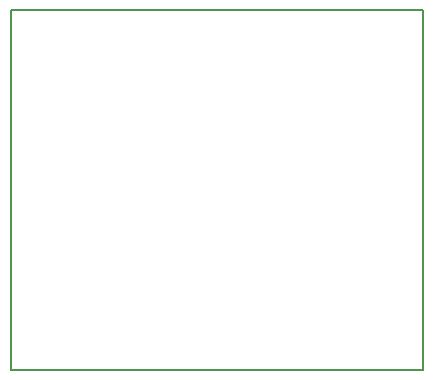
<source format=gbr>
G04 #@! TF.FileFunction,Profile,NP*
%FSLAX46Y46*%
G04 Gerber Fmt 4.6, Leading zero omitted, Abs format (unit mm)*
G04 Created by KiCad (PCBNEW 4.0.7) date 04/04/19 07:33:12*
%MOMM*%
%LPD*%
G01*
G04 APERTURE LIST*
%ADD10C,0.100000*%
%ADD11C,0.150000*%
G04 APERTURE END LIST*
D10*
D11*
X98730000Y-110490000D02*
X98730000Y-80000000D01*
X63830000Y-80000000D02*
X63830000Y-110490000D01*
X63830000Y-80000000D02*
X98730000Y-80000000D01*
X63830000Y-110490000D02*
X98730000Y-110490000D01*
M02*

</source>
